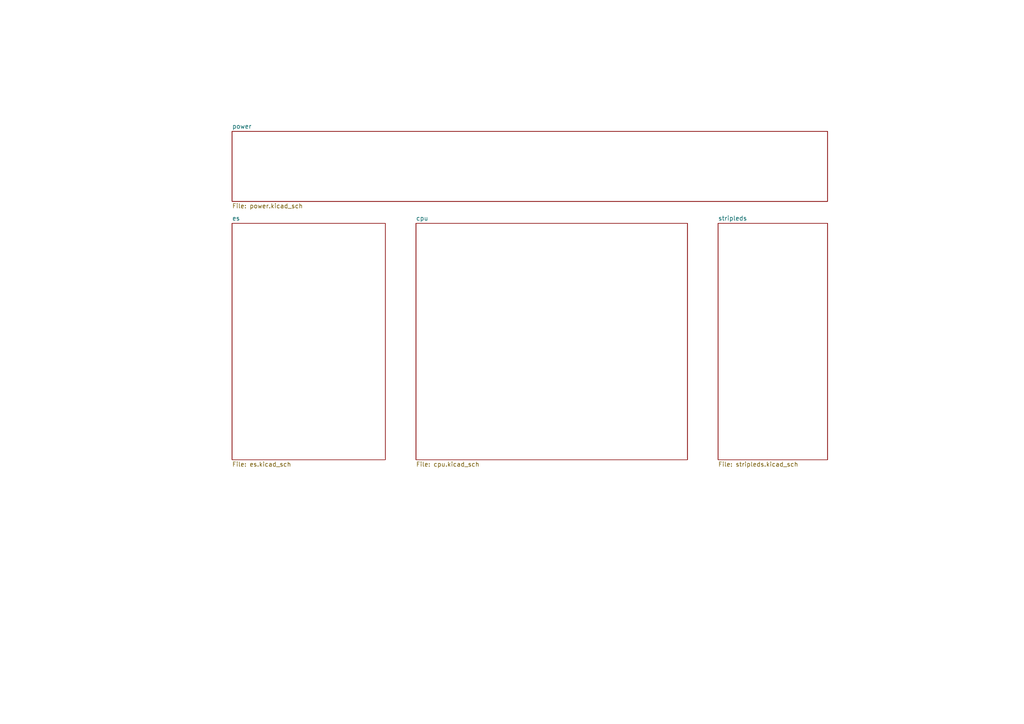
<source format=kicad_sch>
(kicad_sch (version 20230121) (generator eeschema)
  (paper "A4")
  (title_block (title "Cabane à Minou") (date "2024-11-27") (rev "Rev C0") (company "BPC") (comment 1 "2 capteurs de température / 4 entrées détecteur de mouvement") (comment 2 "Wifi / Luminosité / RTC / Bluetooth / Lcd") (comment 3 "4 sorties Strip LEDs (Avec Alim. 5V pilotable)") (comment 4 "Alimentation 12V / 1 sortie 12V commutable"))
  (lib_symbols)
  (sheet (at 67.31 64.77) (size 44.45 68.58) (stroke (width 0.1524))
    (property "Sheetname" "es" (at 67.31 64.0584 0) (effects (justify left bottom)))
    (property "Sheetfile" "es.kicad_sch" (at 67.31 133.9346 0) (effects (justify left top)))
  )
  (sheet (at 67.31 38.1) (size 172.72 20.32) (stroke (width 0.1524))
    (property "Sheetname" "power" (at 67.31 37.3884 0) (effects (justify left bottom)))
    (property "Sheetfile" "power.kicad_sch" (at 67.31 59.0046 0) (effects (justify left top)))
  )
  (sheet (at 208.28 64.77) (size 31.75 68.58) (stroke (width 0.1524))
    (property "Sheetname" "stripleds" (at 208.28 64.0584 0) (effects (justify left bottom)))
    (property "Sheetfile" "stripleds.kicad_sch" (at 208.28 133.9346 0) (effects (justify left top)))
  )
  (sheet (at 120.65 64.77) (size 78.74 68.58) (stroke (width 0.1524))
    (property "Sheetname" "cpu" (at 120.65 64.0584 0) (effects (justify left bottom)))
    (property "Sheetfile" "cpu.kicad_sch" (at 120.65 133.9346 0) (effects (justify left top)))
  )
)
</source>
